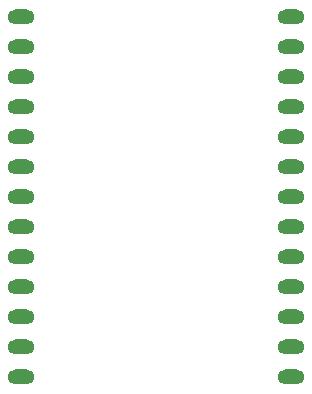
<source format=gbr>
%TF.GenerationSoftware,KiCad,Pcbnew,8.0.4*%
%TF.CreationDate,2024-11-06T19:34:02-07:00*%
%TF.ProjectId,MP3_Player,4d50335f-506c-4617-9965-722e6b696361,rev?*%
%TF.SameCoordinates,Original*%
%TF.FileFunction,Paste,Top*%
%TF.FilePolarity,Positive*%
%FSLAX46Y46*%
G04 Gerber Fmt 4.6, Leading zero omitted, Abs format (unit mm)*
G04 Created by KiCad (PCBNEW 8.0.4) date 2024-11-06 19:34:02*
%MOMM*%
%LPD*%
G01*
G04 APERTURE LIST*
%ADD10O,2.286000X1.270000*%
G04 APERTURE END LIST*
D10*
%TO.C,U1*%
X137401877Y-98410500D03*
X137401877Y-100950500D03*
X137401877Y-75550500D03*
X137401877Y-95870500D03*
X137401877Y-88250500D03*
X114541877Y-103490500D03*
X137401877Y-106030500D03*
X114541877Y-100950500D03*
X137401877Y-103490500D03*
X137401877Y-93330500D03*
X137401877Y-90790500D03*
X137401877Y-85710500D03*
X137401877Y-80630500D03*
X137401877Y-78090500D03*
X137401877Y-83170500D03*
X114541877Y-93330500D03*
X114541877Y-95870500D03*
X114541877Y-98410500D03*
X114541877Y-88250500D03*
X114541877Y-90790500D03*
X114541877Y-83170500D03*
X114541877Y-85710500D03*
X114541877Y-80630500D03*
X114541877Y-106030500D03*
X114541877Y-78090500D03*
X114541877Y-75550500D03*
%TD*%
M02*

</source>
